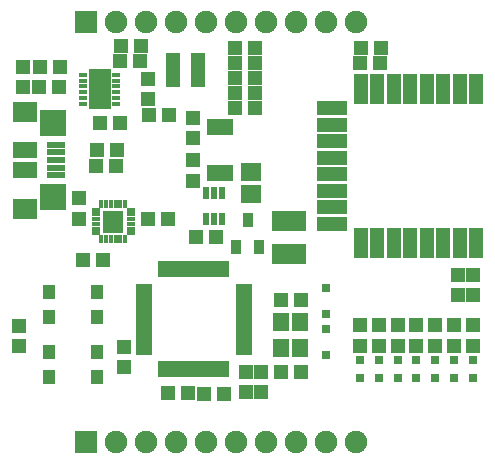
<source format=gts>
G04 DipTrace 2.4.0.2*
%INTopMask.gbr*%
%MOIN*%
%ADD22R,0.0315X0.0315*%
%ADD53R,0.0533X0.0631*%
%ADD55R,0.0686X0.0749*%
%ADD57O,0.03X0.0159*%
%ADD59O,0.0159X0.03*%
%ADD61R,0.0749X0.1379*%
%ADD63R,0.0316X0.0171*%
%ADD65R,0.0237X0.0434*%
%ADD67R,0.0198X0.0552*%
%ADD69R,0.0552X0.0198*%
%ADD71R,0.1045X0.0474*%
%ADD73R,0.0474X0.1045*%
%ADD75R,0.0434X0.0474*%
%ADD77R,0.0336X0.0493*%
%ADD79R,0.047X0.114*%
%ADD81C,0.0749*%
%ADD83R,0.0749X0.0749*%
%ADD85R,0.0828X0.0552*%
%ADD87R,0.0828X0.071*%
%ADD89R,0.0867X0.0907*%
%ADD91R,0.0611X0.0237*%
%ADD94R,0.091X0.058*%
%ADD97R,0.0474X0.0513*%
%ADD99R,0.0513X0.0474*%
%ADD101R,0.1143X0.071*%
%ADD103R,0.0671X0.0592*%
%FSLAX44Y44*%
G04*
G70*
G90*
G75*
G01*
%LNTopMask*%
%LPD*%
D103*
X12440Y13192D3*
Y13940D3*
D101*
X13690Y11190D3*
Y12292D3*
D99*
X8753Y18128D3*
X8083D3*
D97*
X8980Y17025D3*
Y16355D3*
D99*
X14098Y7278D3*
X13428D3*
Y9653D3*
X14098D3*
X11877Y17565D3*
X12547D3*
D97*
X6690Y12378D3*
Y13047D3*
X8190Y7440D3*
Y8109D3*
D99*
X8065Y15565D3*
X7396D3*
D97*
X4690Y8127D3*
Y8797D3*
X19315Y10484D3*
Y9815D3*
X4815Y17440D3*
Y16771D3*
X12253Y7253D3*
Y6583D3*
X12752Y7253D3*
Y6583D3*
D99*
X16753Y18065D3*
X16083D3*
X11877D3*
X12547D3*
X11877Y17065D3*
X12547D3*
X16734Y17565D3*
X16065D3*
X11877Y16565D3*
X12547D3*
X11877Y16065D3*
X12547D3*
X9002Y12378D3*
X9672D3*
D97*
X19815Y9815D3*
Y10484D3*
D22*
Y7065D3*
Y7656D3*
X19190Y7065D3*
Y7656D3*
X18565Y7065D3*
Y7656D3*
X17940Y7065D3*
Y7656D3*
X17315Y7065D3*
Y7656D3*
X16690Y7065D3*
Y7656D3*
X16065Y7065D3*
Y7656D3*
D94*
X11378Y15440D3*
Y13900D3*
D22*
X14940Y8690D3*
Y7824D3*
Y9190D3*
Y10056D3*
D91*
X5940Y13815D3*
Y14071D3*
Y14327D3*
Y14583D3*
Y14839D3*
D89*
X5812Y13106D3*
Y15547D3*
D87*
X4887Y12713D3*
Y15941D3*
D85*
Y13992D3*
Y14661D3*
D83*
X6940Y18940D3*
D81*
X7940D3*
X8940D3*
X9940D3*
X10940D3*
X11940D3*
X12940D3*
X13940D3*
X14940D3*
X15940D3*
D83*
X6940Y4940D3*
D81*
X7940D3*
X8940D3*
X9940D3*
X10940D3*
X11940D3*
X12940D3*
X13940D3*
X14940D3*
X15940D3*
D79*
X9815Y17315D3*
X10670D3*
D77*
X11940Y11440D3*
X12688D3*
X12314Y12346D3*
D97*
X10502Y14315D3*
Y13646D3*
D99*
X10605Y11775D3*
X11275D3*
X5355Y16775D3*
X6025D3*
X8065Y17627D3*
X8734D3*
X9690Y15815D3*
X9021D3*
X6065Y17440D3*
X5396D3*
X7940Y14128D3*
X7271D3*
X10855Y6525D3*
X11525D3*
X7962Y14650D3*
X7293D3*
D97*
X19815Y8815D3*
Y8146D3*
X19190Y8815D3*
Y8146D3*
X18565Y8815D3*
Y8146D3*
X17940Y8815D3*
Y8146D3*
X17315Y8815D3*
Y8146D3*
X16690Y8815D3*
Y8146D3*
X16065Y8815D3*
Y8146D3*
X10503Y15065D3*
Y15734D3*
D99*
X10315Y6565D3*
X9646D3*
X6815Y11002D3*
X7484D3*
D75*
X5690Y9940D3*
X7304D3*
Y9080D3*
X5690D3*
Y7940D3*
X7304D3*
Y7080D3*
X5690D3*
D73*
X19940Y16690D3*
X19389D3*
X18838D3*
X18286D3*
X17735D3*
X17184D3*
X16633D3*
X16082D3*
D71*
X15139Y16060D3*
Y15509D3*
Y14958D3*
Y14407D3*
Y13855D3*
Y13304D3*
Y12753D3*
Y12202D3*
D73*
X16082Y11572D3*
X16633D3*
X17184D3*
X17735D3*
X18286D3*
X18838D3*
X19389D3*
X19940D3*
D69*
X12190Y7940D3*
Y8137D3*
Y8334D3*
Y8531D3*
Y8727D3*
Y8924D3*
Y9121D3*
Y9318D3*
Y9515D3*
Y9712D3*
Y9909D3*
Y10105D3*
D67*
X11599Y10696D3*
X11403D3*
X11206D3*
X11009D3*
X10812D3*
X10615D3*
X10418D3*
X10221D3*
X10025D3*
X9828D3*
X9631D3*
X9434D3*
D69*
X8844Y10105D3*
Y9909D3*
Y9712D3*
Y9515D3*
Y9318D3*
Y9121D3*
Y8924D3*
Y8727D3*
Y8531D3*
Y8334D3*
Y8137D3*
Y7940D3*
D67*
X9434Y7349D3*
X9631D3*
X9828D3*
X10025D3*
X10221D3*
X10418D3*
X10615D3*
X10812D3*
X11009D3*
X11206D3*
X11403D3*
X11599D3*
D65*
X10940Y12378D3*
X11196D3*
X11452D3*
Y13244D3*
X11196D3*
X10940D3*
D63*
X7940Y16190D3*
Y16387D3*
Y16584D3*
Y16781D3*
Y16977D3*
Y17174D3*
X6838D3*
Y16977D3*
Y16781D3*
Y16584D3*
Y16387D3*
Y16190D3*
D61*
X7389Y16682D3*
D59*
X7440Y11690D3*
X7597D3*
X7755D3*
X7912D3*
X8070D3*
X8227D3*
D57*
X8424Y11887D3*
Y12044D3*
Y12202D3*
Y12359D3*
Y12517D3*
Y12674D3*
D59*
X8227Y12871D3*
X8070D3*
X7912D3*
X7755D3*
X7597D3*
X7440D3*
D57*
X7243Y12674D3*
Y12517D3*
Y12359D3*
Y12202D3*
Y12044D3*
Y11887D3*
D55*
X7834Y12279D3*
D53*
X13440Y8940D3*
Y8074D3*
X14070D3*
Y8940D3*
M02*

</source>
